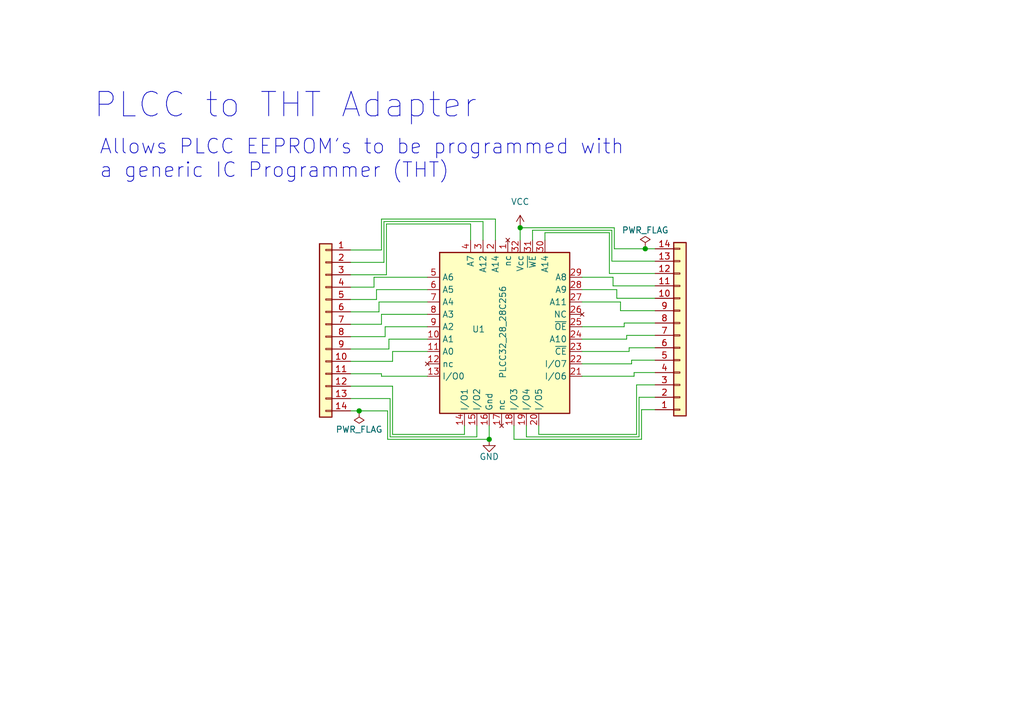
<source format=kicad_sch>
(kicad_sch (version 20211123) (generator eeschema)
  (paper "A5")
  (title_block (title "PLCC to THT Adapter") (date "2022-02-10") (rev "v1") (company "theWickedWebDev/8-bit-computer"))
  (lib_symbols
    (symbol "Connector_Generic:Conn_01x14" (pin_names (offset 1.016) hide)
      (property "Reference" "J" (at 0 17.78 0))
      (property "Value" "Conn_01x14" (at 0 -20.32 0))
      (symbol "Conn_01x14_1_1"
        (rectangle (start -1.27 -17.653) (end 0 -17.907) (stroke (width 0.1524)))
        (rectangle (start -1.27 -15.113) (end 0 -15.367) (stroke (width 0.1524)))
        (rectangle (start -1.27 -12.573) (end 0 -12.827) (stroke (width 0.1524)))
        (rectangle (start -1.27 -10.033) (end 0 -10.287) (stroke (width 0.1524)))
        (rectangle (start -1.27 -7.493) (end 0 -7.747) (stroke (width 0.1524)))
        (rectangle (start -1.27 -4.953) (end 0 -5.207) (stroke (width 0.1524)))
        (rectangle (start -1.27 -2.413) (end 0 -2.667) (stroke (width 0.1524)))
        (rectangle (start -1.27 0.127) (end 0 -0.127) (stroke (width 0.1524)))
        (rectangle (start -1.27 2.667) (end 0 2.413) (stroke (width 0.1524)))
        (rectangle (start -1.27 5.207) (end 0 4.953) (stroke (width 0.1524)))
        (rectangle (start -1.27 7.747) (end 0 7.493) (stroke (width 0.1524)))
        (rectangle (start -1.27 10.287) (end 0 10.033) (stroke (width 0.1524)))
        (rectangle (start -1.27 12.827) (end 0 12.573) (stroke (width 0.1524)))
        (rectangle (start -1.27 15.367) (end 0 15.113) (stroke (width 0.1524)))
        (rectangle (start -1.27 16.51) (end 1.27 -19.05) (stroke (width 0.254)) (fill (type background)))
        (pin passive line (at -5.08 15.24 0) (length 3.81) (name "Pin_1") (number "1"))
        (pin passive line (at -5.08 -7.62 0) (length 3.81) (name "Pin_10") (number "10"))
        (pin passive line (at -5.08 -10.16 0) (length 3.81) (name "Pin_11") (number "11"))
        (pin passive line (at -5.08 -12.7 0) (length 3.81) (name "Pin_12") (number "12"))
        (pin passive line (at -5.08 -15.24 0) (length 3.81) (name "Pin_13") (number "13"))
        (pin passive line (at -5.08 -17.78 0) (length 3.81) (name "Pin_14") (number "14"))
        (pin passive line (at -5.08 12.7 0) (length 3.81) (name "Pin_2") (number "2"))
        (pin passive line (at -5.08 10.16 0) (length 3.81) (name "Pin_3") (number "3"))
        (pin passive line (at -5.08 7.62 0) (length 3.81) (name "Pin_4") (number "4"))
        (pin passive line (at -5.08 5.08 0) (length 3.81) (name "Pin_5") (number "5"))
        (pin passive line (at -5.08 2.54 0) (length 3.81) (name "Pin_6") (number "6"))
        (pin passive line (at -5.08 0 0) (length 3.81) (name "Pin_7") (number "7"))
        (pin passive line (at -5.08 -2.54 0) (length 3.81) (name "Pin_8") (number "8"))
        (pin passive line (at -5.08 -5.08 0) (length 3.81) (name "Pin_9") (number "9"))
      )
    )
    (symbol "Stephen:PLCC32_28_28C256"
      (property "Reference" "U" (at 19.05 -22.86 0))
      (property "Value" "PLCC32_28_28C256" (at 10.16 -20.32 0))
      (symbol "PLCC32_28_28C256_1_1"
        (rectangle (start -12.7 15.24) (end 13.97 -17.78) (stroke (width 0.254)) (fill (type background)))
        (pin no_connect line (at 1.27 17.78 270) (length 2.54) (name "nc") (number "1"))
        (pin input line (at -15.24 -2.54 0) (length 2.54) (name "A1") (number "10"))
        (pin input line (at -15.24 -5.08 0) (length 2.54) (name "A0") (number "11"))
        (pin no_connect line (at -15.24 -7.62 0) (length 2.54) (name "nc") (number "12"))
        (pin bidirectional line (at -15.24 -10.16 0) (length 2.54) (name "I/O0") (number "13"))
        (pin bidirectional line (at -7.62 -20.32 90) (length 2.54) (name "I/O1") (number "14"))
        (pin bidirectional line (at -5.08 -20.32 90) (length 2.54) (name "I/O2") (number "15"))
        (pin power_in line (at -2.54 -20.32 90) (length 2.54) (name "Gnd") (number "16"))
        (pin no_connect line (at 0 -20.32 90) (length 2.54) (name "nc") (number "17"))
        (pin bidirectional line (at 2.54 -20.32 90) (length 2.54) (name "I/O3") (number "18"))
        (pin bidirectional line (at 5.08 -20.32 90) (length 2.54) (name "I/O4") (number "19"))
        (pin input line (at -1.27 17.78 270) (length 2.54) (name "A14") (number "2"))
        (pin bidirectional line (at 7.62 -20.32 90) (length 2.54) (name "I/O5") (number "20"))
        (pin bidirectional line (at 16.51 -10.16 180) (length 2.54) (name "I/O6") (number "21"))
        (pin bidirectional line (at 16.51 -7.62 180) (length 2.54) (name "I/O7") (number "22"))
        (pin input line (at 16.51 -5.08 180) (length 2.54) (name "~{CE}") (number "23"))
        (pin input line (at 16.51 -2.54 180) (length 2.54) (name "A10") (number "24"))
        (pin input line (at 16.51 0 180) (length 2.54) (name "~{OE}") (number "25"))
        (pin no_connect line (at 16.51 2.54 180) (length 2.54) (name "NC") (number "26"))
        (pin input line (at 16.51 5.08 180) (length 2.54) (name "A11") (number "27"))
        (pin input line (at 16.51 7.62 180) (length 2.54) (name "A9") (number "28"))
        (pin input line (at 16.51 10.16 180) (length 2.54) (name "A8") (number "29"))
        (pin input line (at -3.81 17.78 270) (length 2.54) (name "A12") (number "3"))
        (pin input line (at 8.89 17.78 270) (length 2.54) (name "A14") (number "30"))
        (pin input line (at 6.35 17.78 270) (length 2.54) (name "~{WE}") (number "31"))
        (pin power_in line (at 3.81 17.78 270) (length 2.54) (name "Vcc") (number "32"))
        (pin input line (at -6.35 17.78 270) (length 2.54) (name "A7") (number "4"))
        (pin input line (at -15.24 10.16 0) (length 2.54) (name "A6") (number "5"))
        (pin input line (at -15.24 7.62 0) (length 2.54) (name "A5") (number "6"))
        (pin input line (at -15.24 5.08 0) (length 2.54) (name "A4") (number "7"))
        (pin input line (at -15.24 2.54 0) (length 2.54) (name "A3") (number "8"))
        (pin input line (at -15.24 0 0) (length 2.54) (name "A2") (number "9"))
      )
    )
    (symbol "power:GND" (power) (pin_names (offset 0))
      (property "Value" "GND" (at 0 -3.81 0))
      (symbol "GND_0_1"
        (polyline (pts (xy 0 0) (xy 0 -1.27) (xy 1.27 -1.27) (xy 0 -2.54) (xy -1.27 -1.27) (xy 0 -1.27)))
      )
      (symbol "GND_1_1"
        (pin power_in line (at 0 0 270) (length 0) hide (name "GND") (number "1"))
      )
    )
    (symbol "power:PWR_FLAG" (power) (pin_numbers hide) (pin_names (offset 0) hide)
      (property "Value" "PWR_FLAG" (at 0 3.81 0))
      (symbol "PWR_FLAG_0_0"
        (pin power_out line (at 0 0 90) (length 0) (name "pwr") (number "1"))
      )
      (symbol "PWR_FLAG_0_1"
        (polyline (pts (xy 0 0) (xy 0 1.27) (xy -1.016 1.905) (xy 0 2.54) (xy 1.016 1.905) (xy 0 1.27)))
      )
    )
    (symbol "power:VCC" (power) (pin_names (offset 0))
      (property "Value" "VCC" (at 0 3.81 0))
      (symbol "VCC_0_1"
        (polyline (pts (xy -0.762 1.27) (xy 0 2.54)))
        (polyline (pts (xy 0 0) (xy 0 2.54)))
        (polyline (pts (xy 0 2.54) (xy 0.762 1.27)))
      )
      (symbol "VCC_1_1"
        (pin power_in line (at 0 0 90) (length 0) hide (name "VCC") (number "1"))
      )
    )
  )
  (junction (at 73.66 84.328))
  (junction (at 106.68 46.736))
  (junction (at 132.334 51.054))
  (junction (at 100.33 90.17))
  (wire (pts (xy 80.518 79.248) (xy 80.518 89.154)))
  (wire (pts (xy 119.38 74.676) (xy 129.54 74.676)))
  (wire (pts (xy 76.708 56.896) (xy 76.708 58.928)))
  (wire (pts (xy 78.232 51.308) (xy 71.882 51.308)))
  (wire (pts (xy 87.63 69.596) (xy 79.756 69.596)))
  (wire (pts (xy 128.016 67.056) (xy 119.38 67.056)))
  (wire (pts (xy 131.064 81.534) (xy 134.366 81.534)))
  (wire (pts (xy 131.064 89.662) (xy 131.064 81.534)))
  (wire (pts (xy 130.556 89.154) (xy 110.49 89.154)))
  (wire (pts (xy 125.73 56.896) (xy 119.38 56.896)))
  (wire (pts (xy 130.556 78.994) (xy 130.556 89.154)))
  (wire (pts (xy 79.502 90.17) (xy 100.33 90.17)))
  (wire (pts (xy 101.6 44.958) (xy 78.232 44.958)))
  (wire (pts (xy 87.63 77.216) (xy 78.232 77.216)))
  (wire (pts (xy 126.492 59.436) (xy 119.38 59.436)))
  (wire (pts (xy 99.06 45.466) (xy 78.74 45.466)))
  (wire (pts (xy 87.63 61.976) (xy 77.724 61.976)))
  (wire (pts (xy 129.54 74.676) (xy 129.54 73.914)))
  (wire (pts (xy 99.06 49.276) (xy 99.06 45.466)))
  (wire (pts (xy 134.366 61.214) (xy 126.492 61.214)))
  (wire (pts (xy 77.216 61.468) (xy 71.882 61.468)))
  (wire (pts (xy 101.6 49.276) (xy 101.6 44.958)))
  (wire (pts (xy 78.232 77.216) (xy 78.232 76.708)))
  (wire (pts (xy 79.756 69.596) (xy 79.756 71.628)))
  (wire (pts (xy 110.49 89.154) (xy 110.49 87.376)))
  (wire (pts (xy 125.984 46.736) (xy 125.984 51.054)))
  (wire (pts (xy 129.54 73.914) (xy 134.366 73.914)))
  (wire (pts (xy 105.41 90.17) (xy 131.572 90.17)))
  (wire (pts (xy 132.334 51.054) (xy 134.366 51.054)))
  (wire (pts (xy 97.79 89.662) (xy 80.01 89.662)))
  (wire (pts (xy 128.524 68.834) (xy 134.366 68.834)))
  (wire (pts (xy 95.25 89.154) (xy 95.25 87.376)))
  (wire (pts (xy 78.74 45.466) (xy 78.74 53.848)))
  (wire (pts (xy 106.68 46.736) (xy 125.984 46.736)))
  (wire (pts (xy 131.572 84.074) (xy 134.366 84.074)))
  (wire (pts (xy 134.366 66.294) (xy 128.016 66.294)))
  (wire (pts (xy 80.01 89.662) (xy 80.01 81.788)))
  (wire (pts (xy 87.63 72.136) (xy 80.518 72.136)))
  (wire (pts (xy 124.968 56.134) (xy 124.968 47.752)))
  (wire (pts (xy 87.63 59.436) (xy 77.216 59.436)))
  (wire (pts (xy 87.63 56.896) (xy 76.708 56.896)))
  (wire (pts (xy 87.63 64.516) (xy 78.232 64.516)))
  (wire (pts (xy 80.518 89.154) (xy 95.25 89.154)))
  (wire (pts (xy 134.366 78.994) (xy 130.556 78.994)))
  (wire (pts (xy 111.76 47.752) (xy 111.76 49.276)))
  (wire (pts (xy 109.22 47.244) (xy 109.22 49.276)))
  (wire (pts (xy 131.572 90.17) (xy 131.572 84.074)))
  (wire (pts (xy 87.63 67.056) (xy 78.994 67.056)))
  (wire (pts (xy 130.048 77.216) (xy 119.38 77.216)))
  (wire (pts (xy 130.048 76.454) (xy 130.048 77.216)))
  (wire (pts (xy 80.518 72.136) (xy 80.518 74.168)))
  (wire (pts (xy 134.366 53.594) (xy 125.476 53.594)))
  (wire (pts (xy 78.994 69.088) (xy 71.882 69.088)))
  (wire (pts (xy 100.33 90.17) (xy 100.33 87.376)))
  (wire (pts (xy 129.032 71.374) (xy 129.032 72.136)))
  (wire (pts (xy 105.41 87.376) (xy 105.41 90.17)))
  (wire (pts (xy 79.756 71.628) (xy 71.882 71.628)))
  (wire (pts (xy 73.66 84.328) (xy 79.502 84.328)))
  (wire (pts (xy 80.01 81.788) (xy 71.882 81.788)))
  (wire (pts (xy 125.476 47.244) (xy 109.22 47.244)))
  (wire (pts (xy 78.232 64.516) (xy 78.232 66.548)))
  (wire (pts (xy 124.968 47.752) (xy 111.76 47.752)))
  (wire (pts (xy 134.366 58.674) (xy 125.73 58.674)))
  (wire (pts (xy 96.52 45.974) (xy 79.248 45.974)))
  (wire (pts (xy 97.79 87.376) (xy 97.79 89.662)))
  (wire (pts (xy 107.95 87.376) (xy 107.95 89.662)))
  (wire (pts (xy 129.032 72.136) (xy 119.38 72.136)))
  (wire (pts (xy 106.68 49.276) (xy 106.68 46.736)))
  (wire (pts (xy 78.232 66.548) (xy 71.882 66.548)))
  (wire (pts (xy 78.232 76.708) (xy 71.882 76.708)))
  (wire (pts (xy 79.248 45.974) (xy 79.248 56.388)))
  (wire (pts (xy 127.254 61.976) (xy 119.38 61.976)))
  (wire (pts (xy 134.366 76.454) (xy 130.048 76.454)))
  (wire (pts (xy 128.524 69.596) (xy 128.524 68.834)))
  (wire (pts (xy 77.724 61.976) (xy 77.724 64.008)))
  (wire (pts (xy 79.248 56.388) (xy 71.882 56.388)))
  (wire (pts (xy 127.254 63.754) (xy 127.254 61.976)))
  (wire (pts (xy 119.38 69.596) (xy 128.524 69.596)))
  (wire (pts (xy 78.74 53.848) (xy 71.882 53.848)))
  (wire (pts (xy 78.232 44.958) (xy 78.232 51.308)))
  (wire (pts (xy 96.52 49.276) (xy 96.52 45.974)))
  (wire (pts (xy 125.73 58.674) (xy 125.73 56.896)))
  (wire (pts (xy 125.984 51.054) (xy 132.334 51.054)))
  (wire (pts (xy 78.994 67.056) (xy 78.994 69.088)))
  (wire (pts (xy 134.366 63.754) (xy 127.254 63.754)))
  (wire (pts (xy 71.882 84.328) (xy 73.66 84.328)))
  (wire (pts (xy 107.95 89.662) (xy 131.064 89.662)))
  (wire (pts (xy 77.216 59.436) (xy 77.216 61.468)))
  (wire (pts (xy 128.016 66.294) (xy 128.016 67.056)))
  (wire (pts (xy 76.708 58.928) (xy 71.882 58.928)))
  (wire (pts (xy 125.476 53.594) (xy 125.476 47.244)))
  (wire (pts (xy 134.366 56.134) (xy 124.968 56.134)))
  (wire (pts (xy 134.366 71.374) (xy 129.032 71.374)))
  (wire (pts (xy 80.518 74.168) (xy 71.882 74.168)))
  (wire (pts (xy 71.882 79.248) (xy 80.518 79.248)))
  (wire (pts (xy 77.724 64.008) (xy 71.882 64.008)))
  (wire (pts (xy 79.502 84.328) (xy 79.502 90.17)))
  (wire (pts (xy 126.492 61.214) (xy 126.492 59.436)))
  (text "PLCC to THT Adapter" (at 19.05 24.638 0) (effects (font (size 5 5)) (justify left bottom)))
  (text "Allows PLCC EEPROM's to be programmed with\na generic IC Programmer (THT)" (at 20.32 36.83 0) (effects (font (size 3 3)) (justify left bottom)))
  (symbol (lib_id "Stephen:PLCC32_28_28C256") (at 102.87 67.056 0) (unit 1)
    (property "Reference" "U1" (at 96.774 67.564 0) (effects (justify left)))
    (property "Value" "PLCC32_28_28C256" (at 103.124 77.724 90) (effects (justify left)))
    (property "Footprint" "Stephenv6:Microchip-32J-10_2001-B-IPC_A" (effects hide))
    (property "Datasheet" "http://ww1.microchip.com/downloads/en/DeviceDoc/doc0006.pdf" (effects hide))
  )
  (symbol (lib_id "Connector_Generic:Conn_01x14") (at 139.446 68.834 0) (mirror x) (unit 1)
    (property "Reference" "J1" (effects hide))
    (property "Value" "Conn_01x14" (effects hide))
    (property "Footprint" "Connector_PinHeader_2.54mm:PinHeader_1x14_P2.54mm_Vertical" (effects hide))
  )
  (symbol (lib_id "power:PWR_FLAG") (at 132.334 51.054 0) (unit 1)
    (property "Reference" "#FLG0102" (effects hide))
    (property "Value" "PWR_FLAG" (at 132.334 47.244 0))
  )
  (symbol (lib_id "power:VCC") (at 106.68 46.736 0) (unit 1)
    (property "Reference" "#PWR0101" (effects hide))
    (property "Value" "VCC" (at 106.68 41.402 0))
  )
  (symbol (lib_id "Connector_Generic:Conn_01x14") (at 66.802 66.548 0) (mirror y) (unit 1)
    (property "Reference" "J2" (effects hide))
    (property "Value" "Conn_01x14" (effects hide))
    (property "Footprint" "Connector_PinHeader_2.54mm:PinHeader_1x14_P2.54mm_Vertical" (effects hide))
  )
  (symbol (lib_id "power:PWR_FLAG") (at 73.66 84.328 180) (unit 1)
    (property "Reference" "#FLG0101" (effects hide))
    (property "Value" "PWR_FLAG" (at 73.66 88.138 0))
  )
  (symbol (lib_id "power:GND") (at 100.33 90.17 0) (unit 1)
    (property "Reference" "#PWR0102" (effects hide))
    (property "Value" "GND" (at 100.33 93.726 0))
  )
)
</source>
